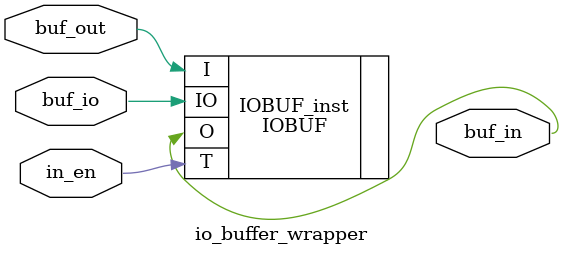
<source format=v>
`timescale 1ns / 1ps


module io_buffer_wrapper(
    input buf_out,
    output buf_in,
    inout buf_io,
    input in_en
    );
    
    IOBUF IOBUF_inst (
      .O(buf_in),   // 1-bit output: Buffer output
      .I(buf_out),   // 1-bit input: Buffer input
      .IO(buf_io), // 1-bit inout: Buffer inout (connect directly to top-level port)
      .T(in_en)    // 1-bit input: 3-state enable input
    );
    
endmodule

</source>
